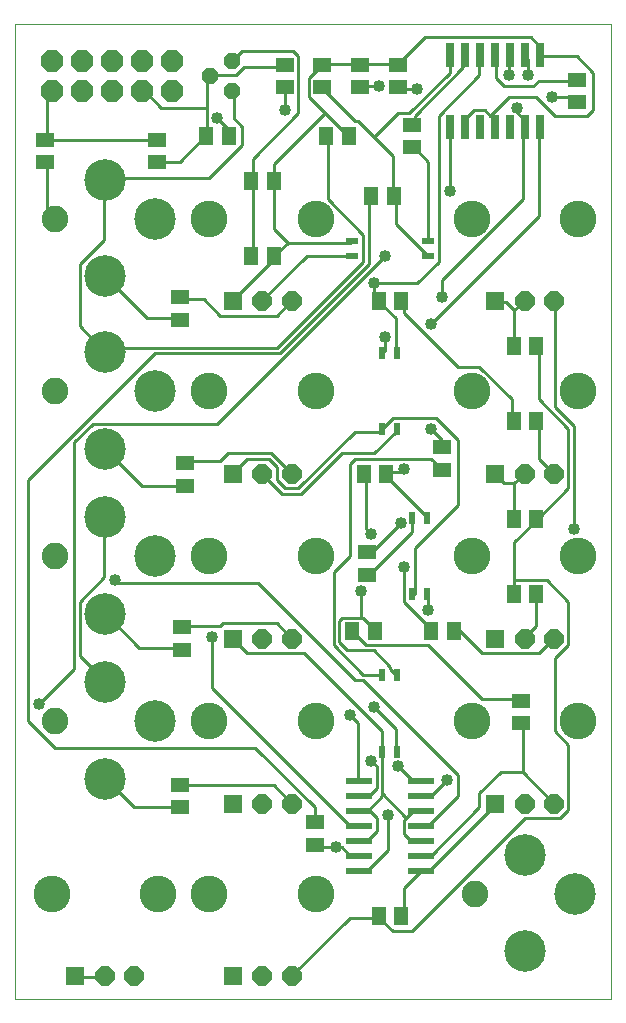
<source format=gbl>
G75*
%MOIN*%
%OFA0B0*%
%FSLAX25Y25*%
%IPPOS*%
%LPD*%
%AMOC8*
5,1,8,0,0,1.08239X$1,22.5*
%
%ADD10C,0.00000*%
%ADD11R,0.05906X0.05118*%
%ADD12R,0.05118X0.05906*%
%ADD13R,0.02600X0.08000*%
%ADD14OC8,0.05200*%
%ADD15C,0.13843*%
%ADD16C,0.08858*%
%ADD17R,0.03937X0.01969*%
%ADD18R,0.01969X0.03937*%
%ADD19OC8,0.07400*%
%ADD20R,0.06496X0.06496*%
%ADD21OC8,0.06496*%
%ADD22C,0.12268*%
%ADD23R,0.08661X0.02362*%
%ADD24C,0.01000*%
%ADD25C,0.04000*%
D10*
X0003000Y0001000D02*
X0003000Y0325961D01*
X0201701Y0325961D01*
X0201701Y0001000D01*
X0003000Y0001000D01*
D11*
X0058000Y0064760D03*
X0058000Y0072240D03*
X0058852Y0117260D03*
X0058852Y0124740D03*
X0059640Y0171962D03*
X0059640Y0179442D03*
X0058000Y0227260D03*
X0058000Y0234740D03*
X0050500Y0279760D03*
X0050500Y0287240D03*
X0013000Y0287240D03*
X0013000Y0279760D03*
X0093000Y0304760D03*
X0093000Y0312240D03*
X0105500Y0312240D03*
X0105500Y0304760D03*
X0118000Y0304760D03*
X0118000Y0312240D03*
X0130732Y0312293D03*
X0130732Y0304813D03*
X0135500Y0292240D03*
X0135500Y0284760D03*
X0190500Y0299760D03*
X0190500Y0307240D03*
X0145500Y0184740D03*
X0145500Y0177260D03*
X0120500Y0149740D03*
X0120500Y0142260D03*
X0103000Y0059740D03*
X0103000Y0052260D03*
X0171623Y0092797D03*
X0171623Y0100278D03*
D12*
X0169260Y0136000D03*
X0176740Y0136000D03*
X0176740Y0161000D03*
X0169260Y0161000D03*
X0169260Y0193500D03*
X0176740Y0193500D03*
X0176740Y0218500D03*
X0169260Y0218500D03*
X0131740Y0233500D03*
X0124260Y0233500D03*
X0121760Y0268500D03*
X0129240Y0268500D03*
X0114240Y0288500D03*
X0106760Y0288500D03*
X0089240Y0273500D03*
X0081760Y0273500D03*
X0074240Y0288500D03*
X0066760Y0288500D03*
X0081760Y0248500D03*
X0089240Y0248500D03*
X0119260Y0176000D03*
X0126740Y0176000D03*
X0122985Y0123503D03*
X0115505Y0123503D03*
X0141760Y0123500D03*
X0149240Y0123500D03*
X0131740Y0028500D03*
X0124260Y0028500D03*
D13*
X0148000Y0291400D03*
X0153000Y0291400D03*
X0158000Y0291400D03*
X0163000Y0291400D03*
X0168000Y0291400D03*
X0173000Y0291400D03*
X0178000Y0291400D03*
X0178000Y0315600D03*
X0173000Y0315600D03*
X0168000Y0315600D03*
X0163000Y0315600D03*
X0158000Y0315600D03*
X0153000Y0315600D03*
X0148000Y0315600D03*
D14*
X0075500Y0313500D03*
X0075500Y0303500D03*
X0068000Y0308500D03*
D15*
X0049535Y0261000D03*
X0033000Y0273992D03*
X0033000Y0241709D03*
X0033000Y0216492D03*
X0049535Y0203500D03*
X0033000Y0184209D03*
X0033000Y0161492D03*
X0049535Y0148500D03*
X0033000Y0129209D03*
X0033000Y0106492D03*
X0049535Y0093500D03*
X0033000Y0074209D03*
X0173000Y0048992D03*
X0189535Y0036000D03*
X0173000Y0016709D03*
D16*
X0156465Y0036000D03*
X0016465Y0093500D03*
X0016465Y0148500D03*
X0016465Y0203500D03*
X0016465Y0261000D03*
D17*
X0115244Y0253500D03*
X0115244Y0248500D03*
X0140756Y0248500D03*
X0140756Y0253500D03*
D18*
X0130500Y0216256D03*
X0125500Y0216256D03*
X0125500Y0190744D03*
X0130500Y0190744D03*
X0135500Y0161256D03*
X0140500Y0161256D03*
X0140500Y0135744D03*
X0135500Y0135744D03*
X0130500Y0108756D03*
X0125500Y0108756D03*
X0125500Y0083244D03*
X0130500Y0083244D03*
D19*
X0055500Y0303500D03*
X0055500Y0313500D03*
X0045500Y0313500D03*
X0045500Y0303500D03*
X0035500Y0303500D03*
X0035500Y0313500D03*
X0025500Y0313500D03*
X0025500Y0303500D03*
X0015500Y0303500D03*
X0015500Y0313500D03*
D20*
X0075657Y0233441D03*
X0075657Y0175941D03*
X0075657Y0120941D03*
X0075657Y0065941D03*
X0075657Y0008441D03*
X0023157Y0008441D03*
X0163157Y0065941D03*
X0163157Y0120941D03*
X0163157Y0175941D03*
X0163157Y0233441D03*
D21*
X0173000Y0233441D03*
X0182843Y0233441D03*
X0182843Y0175941D03*
X0173000Y0175941D03*
X0173000Y0120941D03*
X0182843Y0120941D03*
X0182843Y0065941D03*
X0173000Y0065941D03*
X0095343Y0065941D03*
X0085500Y0065941D03*
X0085500Y0120941D03*
X0095343Y0120941D03*
X0095343Y0175941D03*
X0085500Y0175941D03*
X0085500Y0233441D03*
X0095343Y0233441D03*
X0095343Y0008441D03*
X0085500Y0008441D03*
X0042843Y0008441D03*
X0033000Y0008441D03*
D22*
X0015283Y0036000D03*
X0050717Y0036000D03*
X0067783Y0036000D03*
X0103217Y0036000D03*
X0103217Y0093500D03*
X0103217Y0148500D03*
X0103217Y0203500D03*
X0103217Y0261000D03*
X0067783Y0261000D03*
X0067783Y0203500D03*
X0067783Y0148500D03*
X0067783Y0093500D03*
X0155283Y0093500D03*
X0155283Y0148500D03*
X0155283Y0203500D03*
X0155283Y0261000D03*
X0190717Y0261000D03*
X0190717Y0203500D03*
X0190717Y0148500D03*
X0190717Y0093500D03*
D23*
X0138236Y0073500D03*
X0138236Y0068500D03*
X0138236Y0063500D03*
X0138236Y0058500D03*
X0138236Y0053500D03*
X0138236Y0048500D03*
X0138236Y0043500D03*
X0117764Y0043500D03*
X0117764Y0048500D03*
X0117764Y0053500D03*
X0117764Y0058500D03*
X0117764Y0063500D03*
X0117764Y0068500D03*
X0117764Y0073500D03*
D24*
X0117300Y0073900D01*
X0117300Y0092800D01*
X0114600Y0095500D01*
X0122700Y0098200D02*
X0129900Y0091000D01*
X0129900Y0083800D01*
X0130500Y0083244D01*
X0130800Y0078400D02*
X0135300Y0073900D01*
X0138000Y0073900D01*
X0138236Y0073500D01*
X0138236Y0068500D02*
X0141600Y0068500D01*
X0147000Y0073900D01*
X0150600Y0075700D02*
X0150600Y0068500D01*
X0140700Y0058600D01*
X0138900Y0058600D01*
X0138236Y0058500D01*
X0138000Y0063100D02*
X0138236Y0063500D01*
X0138000Y0063100D02*
X0135300Y0063100D01*
X0133500Y0061300D01*
X0125400Y0069400D01*
X0125400Y0082900D01*
X0125500Y0083244D01*
X0125400Y0083800D01*
X0125400Y0090100D01*
X0099300Y0116200D01*
X0080400Y0116200D01*
X0075900Y0120700D01*
X0075657Y0120941D01*
X0071400Y0125200D02*
X0072300Y0126100D01*
X0090300Y0126100D01*
X0094800Y0121600D01*
X0095343Y0120941D01*
X0109200Y0118900D02*
X0109200Y0143200D01*
X0114600Y0148600D01*
X0114600Y0179200D01*
X0116400Y0181000D01*
X0141600Y0181000D01*
X0145200Y0177400D01*
X0145500Y0177260D01*
X0145500Y0184740D02*
X0145200Y0185500D01*
X0145200Y0187300D01*
X0141600Y0190900D01*
X0143400Y0194500D02*
X0129000Y0194500D01*
X0125400Y0190900D01*
X0125500Y0190744D01*
X0125400Y0190000D01*
X0116400Y0190000D01*
X0097500Y0171100D01*
X0093000Y0171100D01*
X0090300Y0173800D01*
X0090300Y0178300D01*
X0087600Y0181000D01*
X0080400Y0181000D01*
X0075900Y0176500D01*
X0075657Y0175941D01*
X0071400Y0180100D02*
X0074100Y0182800D01*
X0088500Y0182800D01*
X0094800Y0176500D01*
X0095343Y0175941D01*
X0098400Y0169300D02*
X0092100Y0169300D01*
X0085800Y0175600D01*
X0085500Y0175941D01*
X0098400Y0169300D02*
X0111900Y0182800D01*
X0122700Y0182800D01*
X0129900Y0190000D01*
X0130500Y0190744D01*
X0132600Y0177400D02*
X0131700Y0176500D01*
X0127200Y0176500D01*
X0126740Y0176000D01*
X0126300Y0175600D01*
X0139800Y0162100D01*
X0140500Y0161256D01*
X0135500Y0161256D02*
X0135300Y0161200D01*
X0135300Y0156700D01*
X0120900Y0142300D01*
X0120500Y0142260D01*
X0118200Y0136900D02*
X0118200Y0127900D01*
X0111900Y0127900D01*
X0111000Y0127000D01*
X0111000Y0119800D01*
X0113700Y0117100D01*
X0122700Y0117100D01*
X0128100Y0111700D01*
X0128100Y0110800D01*
X0129900Y0109000D01*
X0130500Y0108756D01*
X0125500Y0108756D02*
X0125400Y0109000D01*
X0119100Y0109000D01*
X0109200Y0118900D01*
X0115500Y0123400D02*
X0115505Y0123503D01*
X0115500Y0123400D02*
X0120000Y0118900D01*
X0140700Y0118900D01*
X0158700Y0100900D01*
X0171300Y0100900D01*
X0171623Y0100278D01*
X0171623Y0092797D02*
X0172200Y0091900D01*
X0172200Y0076600D01*
X0165000Y0076600D01*
X0157800Y0069400D01*
X0157800Y0064900D01*
X0141600Y0048700D01*
X0138900Y0048700D01*
X0138236Y0048500D01*
X0138236Y0053500D02*
X0138000Y0054100D01*
X0134400Y0054100D01*
X0132600Y0055900D01*
X0132600Y0060400D01*
X0133500Y0061300D01*
X0127200Y0062200D02*
X0127200Y0050500D01*
X0120900Y0044200D01*
X0118200Y0044200D01*
X0117764Y0043500D01*
X0117764Y0048500D02*
X0117300Y0048700D01*
X0114600Y0048700D01*
X0111900Y0051400D01*
X0110100Y0051400D01*
X0103800Y0051400D01*
X0103000Y0052260D01*
X0103000Y0059740D02*
X0102900Y0060400D01*
X0102900Y0064900D01*
X0083100Y0084700D01*
X0016500Y0084700D01*
X0007500Y0093700D01*
X0007500Y0173800D01*
X0049800Y0216100D01*
X0091200Y0216100D01*
X0120900Y0245800D01*
X0120900Y0268300D01*
X0121760Y0268500D01*
X0129000Y0269200D02*
X0129000Y0281800D01*
X0122700Y0288100D01*
X0130800Y0296200D01*
X0134400Y0296200D01*
X0147900Y0309700D01*
X0147900Y0315100D01*
X0148000Y0315600D01*
X0152400Y0315100D02*
X0152400Y0311500D01*
X0136200Y0295300D01*
X0136200Y0292600D01*
X0135500Y0292240D01*
X0135500Y0284760D02*
X0136200Y0284500D01*
X0140700Y0280000D01*
X0140700Y0253900D01*
X0140756Y0253500D01*
X0140700Y0248500D02*
X0140756Y0248500D01*
X0140700Y0248500D02*
X0129900Y0259300D01*
X0129900Y0268300D01*
X0129240Y0268500D01*
X0129000Y0269200D01*
X0119100Y0255700D02*
X0119100Y0246700D01*
X0090300Y0217900D01*
X0034500Y0217900D01*
X0033600Y0217000D01*
X0033000Y0216492D01*
X0032700Y0217000D01*
X0024600Y0225100D01*
X0024600Y0245800D01*
X0032700Y0253900D01*
X0032700Y0273700D01*
X0033000Y0273992D01*
X0033600Y0274600D01*
X0067800Y0274600D01*
X0078600Y0285400D01*
X0078600Y0291700D01*
X0075900Y0294400D01*
X0075900Y0303400D01*
X0075500Y0303500D01*
X0076800Y0308800D02*
X0068700Y0308800D01*
X0068000Y0308500D01*
X0067800Y0307900D01*
X0066900Y0307000D01*
X0066900Y0298000D01*
X0051600Y0298000D01*
X0046200Y0303400D01*
X0045500Y0303500D01*
X0049800Y0287200D02*
X0050500Y0287240D01*
X0049800Y0287200D02*
X0013800Y0287200D01*
X0013000Y0287240D01*
X0013800Y0288100D01*
X0013800Y0302500D01*
X0014700Y0303400D01*
X0015500Y0303500D01*
X0013000Y0279760D02*
X0013800Y0279100D01*
X0013800Y0262900D01*
X0015600Y0261100D01*
X0016465Y0261000D01*
X0033000Y0241709D02*
X0033600Y0241300D01*
X0047100Y0227800D01*
X0057900Y0227800D01*
X0058000Y0227260D01*
X0058800Y0234100D02*
X0058000Y0234740D01*
X0058800Y0234100D02*
X0066000Y0234100D01*
X0071400Y0228700D01*
X0090300Y0228700D01*
X0094800Y0233200D01*
X0095343Y0233441D01*
X0088500Y0246700D02*
X0075900Y0234100D01*
X0075657Y0233441D01*
X0085500Y0233441D02*
X0085800Y0234100D01*
X0100200Y0248500D01*
X0115244Y0248500D01*
X0114600Y0253000D02*
X0115244Y0253500D01*
X0114600Y0253000D02*
X0093900Y0253000D01*
X0089400Y0257500D01*
X0089400Y0272800D01*
X0089240Y0273500D01*
X0089400Y0273700D01*
X0089400Y0279100D01*
X0106500Y0296200D01*
X0113700Y0289000D01*
X0114240Y0288500D01*
X0116400Y0293500D02*
X0117300Y0293500D01*
X0122700Y0288100D01*
X0116400Y0293500D02*
X0105600Y0304300D01*
X0105500Y0304760D01*
X0101100Y0307900D02*
X0104700Y0311500D01*
X0105500Y0312240D01*
X0105600Y0312400D01*
X0117300Y0312400D01*
X0118000Y0312240D01*
X0118200Y0312400D01*
X0129900Y0312400D01*
X0130732Y0312293D01*
X0130800Y0312400D01*
X0139800Y0321400D01*
X0174900Y0321400D01*
X0177600Y0318700D01*
X0177600Y0316000D01*
X0178000Y0315600D01*
X0178500Y0315100D01*
X0190200Y0315100D01*
X0195600Y0309700D01*
X0195600Y0297100D01*
X0193800Y0295300D01*
X0183000Y0295300D01*
X0176700Y0301600D01*
X0167700Y0301600D01*
X0161400Y0295300D01*
X0159600Y0297100D01*
X0156000Y0297100D01*
X0153300Y0294400D01*
X0153300Y0291700D01*
X0153000Y0291400D01*
X0148000Y0291400D02*
X0147900Y0290800D01*
X0147900Y0270100D01*
X0144300Y0246700D02*
X0137100Y0239500D01*
X0122700Y0239500D01*
X0122700Y0235000D01*
X0123600Y0234100D01*
X0124260Y0233500D01*
X0124500Y0233200D01*
X0129900Y0227800D01*
X0129900Y0217000D01*
X0130500Y0216256D01*
X0126300Y0217000D02*
X0126300Y0221500D01*
X0126300Y0217000D02*
X0125500Y0216256D01*
X0132600Y0229600D02*
X0150600Y0211600D01*
X0157800Y0211600D01*
X0168600Y0200800D01*
X0168600Y0193600D01*
X0169260Y0193500D01*
X0176740Y0193500D02*
X0177600Y0192700D01*
X0177600Y0181000D01*
X0182100Y0176500D01*
X0182843Y0175941D01*
X0187500Y0171100D02*
X0177600Y0161200D01*
X0176740Y0161000D01*
X0176700Y0160300D01*
X0169500Y0153100D01*
X0169500Y0140500D01*
X0180300Y0140500D01*
X0187500Y0133300D01*
X0187500Y0118900D01*
X0183000Y0114400D01*
X0183000Y0090100D01*
X0187500Y0085600D01*
X0187500Y0064000D01*
X0184800Y0061300D01*
X0173100Y0061300D01*
X0135300Y0023500D01*
X0129000Y0023500D01*
X0124500Y0028000D01*
X0124260Y0028500D01*
X0123600Y0028000D01*
X0114600Y0028000D01*
X0095700Y0009100D01*
X0095343Y0008441D01*
X0117764Y0053500D02*
X0118200Y0054100D01*
X0120900Y0054100D01*
X0123600Y0056800D01*
X0123600Y0061300D01*
X0120900Y0064000D01*
X0117764Y0063500D01*
X0118200Y0064000D01*
X0120900Y0064000D01*
X0125400Y0068500D01*
X0125400Y0069400D01*
X0123600Y0071200D02*
X0123600Y0078400D01*
X0121800Y0080200D01*
X0123600Y0071200D02*
X0120900Y0068500D01*
X0117764Y0068500D01*
X0117300Y0058600D02*
X0114600Y0058600D01*
X0068700Y0104500D01*
X0068700Y0121600D01*
X0071400Y0125200D02*
X0059700Y0125200D01*
X0058852Y0124740D01*
X0058800Y0118000D02*
X0058852Y0117260D01*
X0058800Y0118000D02*
X0044400Y0118000D01*
X0033600Y0128800D01*
X0033000Y0129209D01*
X0037200Y0139600D02*
X0036300Y0140500D01*
X0037200Y0139600D02*
X0084000Y0139600D01*
X0116400Y0107200D01*
X0119100Y0107200D01*
X0150600Y0075700D01*
X0163157Y0065941D02*
X0163200Y0065800D01*
X0141600Y0044200D01*
X0138900Y0044200D01*
X0138236Y0043500D01*
X0138000Y0043300D01*
X0132600Y0037900D01*
X0132600Y0028900D01*
X0131740Y0028500D01*
X0117764Y0058500D02*
X0117300Y0058600D01*
X0095343Y0065941D02*
X0094800Y0066700D01*
X0089400Y0072100D01*
X0058800Y0072100D01*
X0058000Y0072240D01*
X0057900Y0064900D02*
X0058000Y0064760D01*
X0057900Y0064900D02*
X0042600Y0064900D01*
X0033600Y0073900D01*
X0033000Y0074209D01*
X0033000Y0106492D02*
X0032700Y0107200D01*
X0024600Y0115300D01*
X0024600Y0133300D01*
X0032700Y0141400D01*
X0032700Y0161200D01*
X0033000Y0161492D01*
X0045300Y0172000D02*
X0033600Y0183700D01*
X0033000Y0184209D01*
X0029100Y0192700D02*
X0022800Y0186400D01*
X0022800Y0110800D01*
X0011100Y0099100D01*
X0045300Y0172000D02*
X0058800Y0172000D01*
X0059640Y0171962D01*
X0059640Y0179442D02*
X0059700Y0180100D01*
X0071400Y0180100D01*
X0070500Y0192700D02*
X0029100Y0192700D01*
X0070500Y0192700D02*
X0126300Y0248500D01*
X0119100Y0255700D02*
X0107400Y0267400D01*
X0107400Y0288100D01*
X0106760Y0288500D01*
X0106500Y0296200D02*
X0101100Y0301600D01*
X0101100Y0307900D01*
X0097500Y0315100D02*
X0095700Y0316900D01*
X0078600Y0316900D01*
X0075900Y0314200D01*
X0075500Y0313500D01*
X0079500Y0311500D02*
X0076800Y0308800D01*
X0079500Y0311500D02*
X0093000Y0311500D01*
X0093000Y0312240D01*
X0093000Y0304760D02*
X0093000Y0297100D01*
X0097500Y0296200D02*
X0097500Y0315100D01*
X0097500Y0296200D02*
X0082200Y0280900D01*
X0082200Y0273700D01*
X0081760Y0273500D01*
X0082200Y0272800D01*
X0082200Y0248500D01*
X0081760Y0248500D01*
X0088500Y0248500D02*
X0088500Y0246700D01*
X0088500Y0248500D02*
X0089240Y0248500D01*
X0089400Y0248500D01*
X0093900Y0253000D01*
X0074240Y0288500D02*
X0074100Y0289000D01*
X0074100Y0290800D01*
X0070500Y0294400D01*
X0066900Y0298000D02*
X0066900Y0289000D01*
X0066760Y0288500D01*
X0066000Y0288100D01*
X0057900Y0280000D01*
X0050700Y0280000D01*
X0050500Y0279760D01*
X0118000Y0304760D02*
X0118200Y0305200D01*
X0124500Y0305200D01*
X0130732Y0304813D02*
X0130800Y0304300D01*
X0137100Y0304300D01*
X0144300Y0295300D02*
X0144300Y0246700D01*
X0145200Y0240400D02*
X0172200Y0267400D01*
X0172200Y0290800D01*
X0173000Y0291400D01*
X0172200Y0291700D01*
X0172200Y0294400D01*
X0170400Y0296200D01*
X0170400Y0298000D01*
X0165900Y0305200D02*
X0175800Y0305200D01*
X0177600Y0307000D01*
X0190200Y0307000D01*
X0190500Y0307240D01*
X0188400Y0301600D02*
X0190200Y0299800D01*
X0190500Y0299760D01*
X0188400Y0301600D02*
X0182100Y0301600D01*
X0178000Y0291400D02*
X0177600Y0290800D01*
X0177600Y0262000D01*
X0141600Y0226000D01*
X0145200Y0235000D02*
X0145200Y0240400D01*
X0132600Y0233200D02*
X0132600Y0229600D01*
X0132600Y0233200D02*
X0131740Y0233500D01*
X0143400Y0194500D02*
X0150600Y0187300D01*
X0150600Y0165700D01*
X0136200Y0151300D01*
X0136200Y0136000D01*
X0135500Y0135744D01*
X0132600Y0133300D02*
X0141600Y0124300D01*
X0141760Y0123500D01*
X0140700Y0130600D02*
X0140700Y0135100D01*
X0140500Y0135744D01*
X0132600Y0133300D02*
X0132600Y0145000D01*
X0122700Y0150400D02*
X0131700Y0159400D01*
X0121800Y0155800D02*
X0120000Y0157600D01*
X0120000Y0175600D01*
X0119260Y0176000D01*
X0120900Y0150400D02*
X0120500Y0149740D01*
X0120900Y0150400D02*
X0122700Y0150400D01*
X0119100Y0127900D02*
X0122700Y0124300D01*
X0122985Y0123503D01*
X0119100Y0127900D02*
X0118200Y0127900D01*
X0149240Y0123500D02*
X0149700Y0123400D01*
X0151500Y0123400D01*
X0158700Y0116200D01*
X0177600Y0116200D01*
X0182100Y0120700D01*
X0182843Y0120941D01*
X0176700Y0125200D02*
X0173100Y0121600D01*
X0173000Y0120941D01*
X0176700Y0125200D02*
X0176700Y0136000D01*
X0176740Y0136000D01*
X0169500Y0136000D02*
X0169260Y0136000D01*
X0169500Y0136000D02*
X0169500Y0140500D01*
X0169260Y0161000D02*
X0169500Y0161200D01*
X0169500Y0172900D01*
X0165900Y0172900D01*
X0163200Y0175600D01*
X0163157Y0175941D01*
X0169500Y0172900D02*
X0172200Y0175600D01*
X0173000Y0175941D01*
X0189300Y0191800D02*
X0183000Y0198100D01*
X0183000Y0233200D01*
X0182843Y0233441D01*
X0176740Y0218500D02*
X0177600Y0217900D01*
X0177600Y0200800D01*
X0187500Y0190900D01*
X0187500Y0171100D01*
X0189300Y0157600D02*
X0189300Y0191800D01*
X0169260Y0218500D02*
X0169500Y0218800D01*
X0169500Y0230500D01*
X0166800Y0233200D01*
X0163200Y0233200D01*
X0163157Y0233441D01*
X0169500Y0230500D02*
X0172200Y0233200D01*
X0173000Y0233441D01*
X0163000Y0291400D02*
X0162300Y0291700D01*
X0162300Y0294400D01*
X0161400Y0295300D01*
X0165900Y0305200D02*
X0163200Y0307900D01*
X0163200Y0315100D01*
X0163000Y0315600D01*
X0167700Y0315100D02*
X0167700Y0308800D01*
X0167700Y0315100D02*
X0168000Y0315600D01*
X0173000Y0315600D02*
X0173100Y0315100D01*
X0174000Y0314200D01*
X0174000Y0308800D01*
X0157800Y0308800D02*
X0144300Y0295300D01*
X0157800Y0308800D02*
X0157800Y0315100D01*
X0158000Y0315600D01*
X0153000Y0315600D02*
X0152400Y0315100D01*
X0172200Y0076600D02*
X0182100Y0066700D01*
X0182843Y0065941D01*
X0033000Y0008441D02*
X0032700Y0008200D01*
X0023700Y0008200D01*
X0023157Y0008441D01*
D25*
X0011100Y0099100D03*
X0036300Y0140500D03*
X0068700Y0121600D03*
X0110100Y0051400D03*
X0127200Y0062200D03*
X0130800Y0078400D03*
X0121800Y0080200D03*
X0114600Y0095500D03*
X0122700Y0098200D03*
X0140700Y0130600D03*
X0132600Y0145000D03*
X0131700Y0159400D03*
X0121800Y0155800D03*
X0118200Y0136900D03*
X0132600Y0177400D03*
X0141600Y0190900D03*
X0126300Y0221500D03*
X0122700Y0239500D03*
X0126300Y0248500D03*
X0141600Y0226000D03*
X0145200Y0235000D03*
X0147900Y0270100D03*
X0137100Y0304300D03*
X0124500Y0305200D03*
X0093000Y0297100D03*
X0070500Y0294400D03*
X0167700Y0308800D03*
X0174000Y0308800D03*
X0170400Y0298000D03*
X0182100Y0301600D03*
X0189300Y0157600D03*
X0147000Y0073900D03*
M02*

</source>
